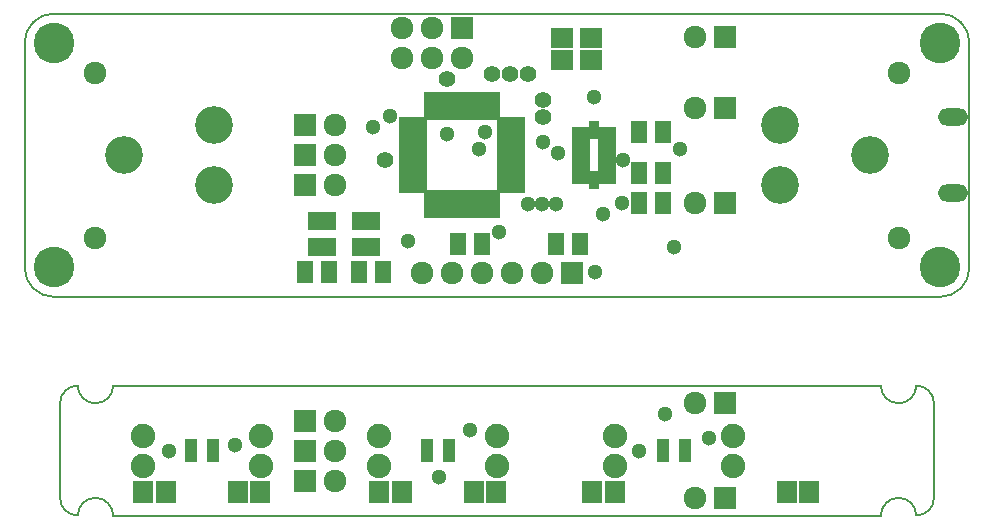
<source format=gbs>
G04 #@! TF.GenerationSoftware,KiCad,Pcbnew,5.0.0-84427f4~65~ubuntu16.04.1*
G04 #@! TF.CreationDate,2018-07-15T21:07:02+05:30*
G04 #@! TF.ProjectId,bebl_v2,6265626C5F76322E6B696361645F7063,rev?*
G04 #@! TF.SameCoordinates,Original*
G04 #@! TF.FileFunction,Soldermask,Bot*
G04 #@! TF.FilePolarity,Negative*
%FSLAX46Y46*%
G04 Gerber Fmt 4.6, Leading zero omitted, Abs format (unit mm)*
G04 Created by KiCad (PCBNEW 5.0.0-84427f4~65~ubuntu16.04.1) date Sun Jul 15 21:07:02 2018*
%MOMM*%
%LPD*%
G01*
G04 APERTURE LIST*
%ADD10C,0.150000*%
%ADD11R,1.924000X1.924000*%
%ADD12C,1.924000*%
%ADD13R,1.700480X1.898600*%
%ADD14R,1.466800X1.822400*%
%ADD15C,2.076400*%
%ADD16R,1.898600X1.700480*%
%ADD17C,3.448000*%
%ADD18R,0.849580X2.398980*%
%ADD19R,2.398980X0.849580*%
%ADD20R,1.545000X0.950000*%
%ADD21R,0.950000X1.545000*%
%ADD22R,2.400000X1.600000*%
%ADD23C,1.400000*%
%ADD24R,1.100000X0.800000*%
%ADD25C,3.200000*%
%ADD26O,2.550000X1.450000*%
%ADD27C,1.300000*%
G04 APERTURE END LIST*
D10*
X73500000Y-69500000D02*
X74500000Y-69500000D01*
X73500000Y-62000000D02*
X74500000Y-62000000D01*
X74500000Y-69500000D02*
X106500000Y-69500000D01*
X73500000Y-69500000D02*
X41500000Y-69500000D01*
X111000000Y-79000000D02*
X111000000Y-71000000D01*
X41500000Y-80500000D02*
X106500000Y-80500000D01*
X37000000Y-71000000D02*
X37000000Y-79000000D01*
X109500000Y-80500000D02*
G75*
G03X111000000Y-79000000I0J1500000D01*
G01*
X111000000Y-71000000D02*
G75*
G03X109500000Y-69500000I-1500000J0D01*
G01*
X37000000Y-79000000D02*
G75*
G03X38500000Y-80500000I1500000J0D01*
G01*
X38500000Y-69500000D02*
G75*
G03X37000000Y-71000000I0J-1500000D01*
G01*
X109500000Y-80500000D02*
G75*
G03X108000000Y-79000000I-1500000J0D01*
G01*
X108000000Y-79000000D02*
G75*
G03X106500000Y-80500000I0J-1500000D01*
G01*
X108000000Y-71000000D02*
G75*
G03X109500000Y-69500000I0J1500000D01*
G01*
X106500000Y-69500000D02*
G75*
G03X108000000Y-71000000I1500000J0D01*
G01*
X41500000Y-80500000D02*
G75*
G03X40000000Y-79000000I-1500000J0D01*
G01*
X40000000Y-79000000D02*
G75*
G03X38500000Y-80500000I0J-1500000D01*
G01*
X38500000Y-69500000D02*
G75*
G03X40000000Y-71000000I1500000J0D01*
G01*
X40000000Y-71000000D02*
G75*
G03X41500000Y-69500000I0J1500000D01*
G01*
X111500000Y-38000000D02*
X36500000Y-38000000D01*
X114000000Y-59500000D02*
X114000000Y-40500000D01*
X74500000Y-62000000D02*
X111500000Y-62000000D01*
X36500000Y-62000000D02*
X73500000Y-62000000D01*
X34000000Y-40500000D02*
X34000000Y-59500000D01*
X36500000Y-38000000D02*
G75*
G03X34000000Y-40500000I0J-2500000D01*
G01*
X34000000Y-59500000D02*
G75*
G03X36500000Y-62000000I2500000J0D01*
G01*
X111500000Y-62000000D02*
G75*
G03X114000000Y-59500000I0J2500000D01*
G01*
X114000000Y-40500000D02*
G75*
G03X111500000Y-38000000I-2500000J0D01*
G01*
D11*
G04 #@! TO.C,P10*
X93270000Y-79000000D03*
D12*
X90730000Y-79000000D03*
G04 #@! TD*
D11*
G04 #@! TO.C,P8*
X93270000Y-54000000D03*
D12*
X90730000Y-54000000D03*
G04 #@! TD*
D11*
G04 #@! TO.C,P12*
X57730000Y-75000000D03*
D12*
X60270000Y-75000000D03*
G04 #@! TD*
D11*
G04 #@! TO.C,P14*
X93270000Y-71000000D03*
D12*
X90730000Y-71000000D03*
G04 #@! TD*
D11*
G04 #@! TO.C,P4*
X57730000Y-50000000D03*
D12*
X60270000Y-50000000D03*
G04 #@! TD*
D11*
G04 #@! TO.C,P3*
X57730000Y-52540000D03*
D12*
X60270000Y-52540000D03*
G04 #@! TD*
G04 #@! TO.C,SC8*
X108000000Y-57000000D03*
G04 #@! TD*
G04 #@! TO.C,SC7*
X108000000Y-43000000D03*
G04 #@! TD*
G04 #@! TO.C,SC6*
X40000000Y-43000000D03*
G04 #@! TD*
G04 #@! TO.C,SC5*
X40000000Y-57000000D03*
G04 #@! TD*
D13*
G04 #@! TO.C,R8*
X53952500Y-78500000D03*
X52047500Y-78500000D03*
G04 #@! TD*
D14*
G04 #@! TO.C,C1*
X64316000Y-59900000D03*
X62284000Y-59900000D03*
G04 #@! TD*
G04 #@! TO.C,C2*
X57784000Y-59900000D03*
X59816000Y-59900000D03*
G04 #@! TD*
G04 #@! TO.C,C3*
X70684000Y-57500000D03*
X72716000Y-57500000D03*
G04 #@! TD*
G04 #@! TO.C,C4*
X78984000Y-57500000D03*
X81016000Y-57500000D03*
G04 #@! TD*
G04 #@! TO.C,C9*
X85984000Y-51500000D03*
X88016000Y-51500000D03*
G04 #@! TD*
G04 #@! TO.C,C11*
X85984000Y-54000000D03*
X88016000Y-54000000D03*
G04 #@! TD*
G04 #@! TO.C,C10*
X85984000Y-48000000D03*
X88016000Y-48000000D03*
G04 #@! TD*
D15*
G04 #@! TO.C,D7*
X94000000Y-76270000D03*
X94000000Y-73730000D03*
G04 #@! TD*
G04 #@! TO.C,D6*
X84000000Y-76270000D03*
X84000000Y-73730000D03*
G04 #@! TD*
G04 #@! TO.C,D5*
X74000000Y-76270000D03*
X74000000Y-73730000D03*
G04 #@! TD*
G04 #@! TO.C,D4*
X64000000Y-76270000D03*
X64000000Y-73730000D03*
G04 #@! TD*
G04 #@! TO.C,D3*
X54000000Y-76270000D03*
X54000000Y-73730000D03*
G04 #@! TD*
G04 #@! TO.C,D2*
X44000000Y-76270000D03*
X44000000Y-73730000D03*
G04 #@! TD*
D11*
G04 #@! TO.C,P2*
X80350000Y-60000000D03*
D12*
X77810000Y-60000000D03*
X75270000Y-60000000D03*
X72730000Y-60000000D03*
X70190000Y-60000000D03*
X67650000Y-60000000D03*
G04 #@! TD*
D16*
G04 #@! TO.C,R2*
X79500000Y-40047500D03*
X79500000Y-41952500D03*
G04 #@! TD*
G04 #@! TO.C,R3*
X82000000Y-40047500D03*
X82000000Y-41952500D03*
G04 #@! TD*
D17*
G04 #@! TO.C,SC1*
X36500000Y-59500000D03*
G04 #@! TD*
G04 #@! TO.C,SC2*
X111500000Y-40500000D03*
G04 #@! TD*
G04 #@! TO.C,SC3*
X111500000Y-59500000D03*
G04 #@! TD*
G04 #@! TO.C,SC4*
X36500000Y-40500000D03*
G04 #@! TD*
D18*
G04 #@! TO.C,U1*
X68200920Y-54150360D03*
X69001020Y-54150360D03*
X69801120Y-54150360D03*
X70601220Y-54150360D03*
X71398780Y-54150360D03*
X72198880Y-54150360D03*
X72998980Y-54150360D03*
X73799080Y-54150360D03*
X73799080Y-45849640D03*
X68200920Y-45849640D03*
X69001020Y-45849640D03*
X69801120Y-45849640D03*
X70601220Y-45849640D03*
X71398780Y-45849640D03*
X72198880Y-45849640D03*
X72998980Y-45849640D03*
D19*
X75150360Y-52799080D03*
X75150360Y-51998980D03*
X75150360Y-51198880D03*
X75150360Y-50398780D03*
X75150360Y-49601220D03*
X75150360Y-48801120D03*
X75150360Y-48001020D03*
X75150360Y-47200920D03*
X66849640Y-52799080D03*
X66849640Y-51998980D03*
X66849640Y-51198880D03*
X66849640Y-50398780D03*
X66849640Y-49601220D03*
X66849640Y-48801120D03*
X66849640Y-48001020D03*
X66849640Y-47200920D03*
G04 #@! TD*
D20*
G04 #@! TO.C,U4*
X83300000Y-52000000D03*
X83300000Y-51200000D03*
X83300000Y-48000000D03*
X83300000Y-48800000D03*
X83300000Y-49600000D03*
X83300000Y-50400000D03*
X81100000Y-50400000D03*
X81100000Y-49600000D03*
X81100000Y-48800000D03*
X81100000Y-48000000D03*
X81100000Y-51200000D03*
X81100000Y-52000000D03*
D21*
X82200000Y-52100000D03*
X82200000Y-47900000D03*
G04 #@! TD*
D22*
G04 #@! TO.C,X1*
X62900000Y-57800000D03*
X59200000Y-55600000D03*
X62900000Y-55600000D03*
X59200000Y-57800000D03*
G04 #@! TD*
D23*
G04 #@! TO.C,B1*
X75100000Y-43100000D03*
G04 #@! TD*
G04 #@! TO.C,B2*
X76600000Y-43100000D03*
G04 #@! TD*
G04 #@! TO.C,B3*
X77900000Y-45300000D03*
G04 #@! TD*
G04 #@! TO.C,B4*
X77900000Y-46800000D03*
G04 #@! TD*
G04 #@! TO.C,B5*
X69800000Y-43500000D03*
G04 #@! TD*
G04 #@! TO.C,B6*
X73600000Y-43100000D03*
G04 #@! TD*
D11*
G04 #@! TO.C,P1*
X71040000Y-39230000D03*
D12*
X71040000Y-41770000D03*
X68500000Y-39230000D03*
X68500000Y-41770000D03*
X65960000Y-39230000D03*
X65960000Y-41770000D03*
G04 #@! TD*
D23*
G04 #@! TO.C,B7*
X64500000Y-50400000D03*
G04 #@! TD*
D11*
G04 #@! TO.C,P5*
X57730000Y-47460000D03*
D12*
X60270000Y-47460000D03*
G04 #@! TD*
D11*
G04 #@! TO.C,P6*
X93270000Y-46000000D03*
D12*
X90730000Y-46000000D03*
G04 #@! TD*
D11*
G04 #@! TO.C,P9*
X93270000Y-40000000D03*
D12*
X90730000Y-40000000D03*
G04 #@! TD*
D11*
G04 #@! TO.C,P13*
X57730000Y-72460000D03*
D12*
X60270000Y-72460000D03*
G04 #@! TD*
D11*
G04 #@! TO.C,P11*
X57730000Y-77540000D03*
D12*
X60270000Y-77540000D03*
G04 #@! TD*
D13*
G04 #@! TO.C,R7*
X44047500Y-78500000D03*
X45952500Y-78500000D03*
G04 #@! TD*
G04 #@! TO.C,R9*
X64047500Y-78500000D03*
X65952500Y-78500000D03*
G04 #@! TD*
G04 #@! TO.C,R10*
X73952500Y-78500000D03*
X72047500Y-78500000D03*
G04 #@! TD*
G04 #@! TO.C,R11*
X83952500Y-78500000D03*
X82047500Y-78500000D03*
G04 #@! TD*
G04 #@! TO.C,R12*
X98547500Y-78500000D03*
X100452500Y-78500000D03*
G04 #@! TD*
D24*
G04 #@! TO.C,Q1*
X49950000Y-74350000D03*
X49950000Y-75650000D03*
X49950000Y-75000000D03*
X48050000Y-75650000D03*
X48050000Y-75000000D03*
X48050000Y-74350000D03*
G04 #@! TD*
G04 #@! TO.C,Q2*
X69950000Y-74350000D03*
X69950000Y-75650000D03*
X69950000Y-75000000D03*
X68050000Y-75650000D03*
X68050000Y-75000000D03*
X68050000Y-74350000D03*
G04 #@! TD*
G04 #@! TO.C,Q3*
X89950000Y-74350000D03*
X89950000Y-75650000D03*
X89950000Y-75000000D03*
X88050000Y-75650000D03*
X88050000Y-75000000D03*
X88050000Y-74350000D03*
G04 #@! TD*
D25*
G04 #@! TO.C,B9*
X50000000Y-52540000D03*
X50000000Y-47460000D03*
X42380000Y-50000000D03*
G04 #@! TD*
G04 #@! TO.C,B8*
X98000000Y-47460000D03*
X98000000Y-52540000D03*
X105620000Y-50000000D03*
G04 #@! TD*
D26*
G04 #@! TO.C,P7*
X112575000Y-53225000D03*
X112575000Y-46775000D03*
G04 #@! TD*
D27*
X83000000Y-55000000D03*
X72500000Y-49500000D03*
X89000000Y-57800000D03*
X84700000Y-50400000D03*
X79200000Y-49800000D03*
X66500000Y-57300000D03*
X69800000Y-48200000D03*
X84600000Y-54000000D03*
X79000000Y-54100000D03*
X82300000Y-59900000D03*
X73000000Y-48000000D03*
X64900000Y-46700000D03*
X63500000Y-47600000D03*
X77800000Y-54100000D03*
X76600000Y-54100000D03*
X82200000Y-45100000D03*
X77900000Y-48900000D03*
X74200000Y-56500000D03*
X69088000Y-77216000D03*
X89500000Y-49500000D03*
X51800000Y-74500000D03*
X46200000Y-75000000D03*
X71750000Y-73250000D03*
X91948000Y-73914000D03*
X88200000Y-71900000D03*
X86000000Y-75000000D03*
M02*

</source>
